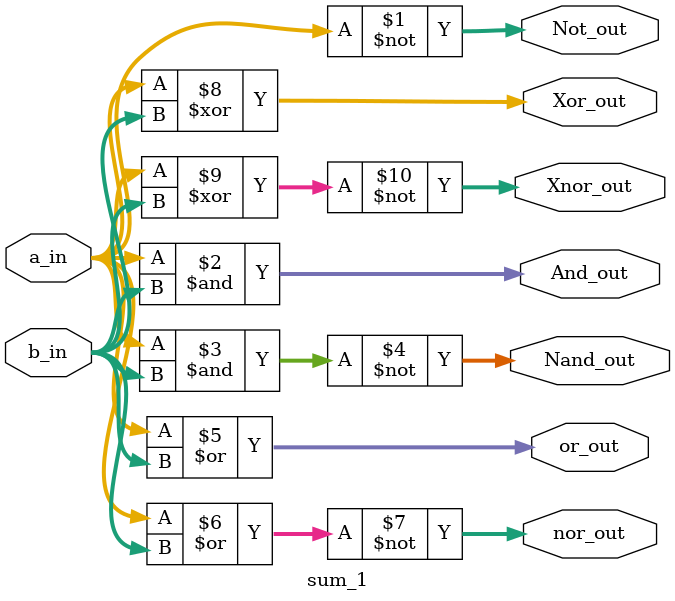
<source format=v>
`timescale 1ns / 1ps


module sum_1#(parameter DATA_WIDTH=4)(
       input [DATA_WIDTH-1:0] a_in,
       input [DATA_WIDTH-1:0] b_in,
       output [DATA_WIDTH-1:0] Not_out,
       output [DATA_WIDTH-1:0] And_out,
       output [DATA_WIDTH-1:0] Nand_out,
       output [DATA_WIDTH-1:0] or_out,
       output [DATA_WIDTH-1:0] nor_out,
       output [DATA_WIDTH-1:0] Xor_out,
       output [DATA_WIDTH-1:0] Xnor_out
    );
    assign Not_out = ~(a_in);
    assign And_out = a_in & b_in;
    assign Nand_out = ~(a_in &b_in);
    assign or_out = a_in | b_in;
    assign nor_out = ~(a_in | b_in );
    assign Xor_out = a_in ^ b_in;
    assign Xnor_out = ~(a_in ^ b_in);
endmodule

</source>
